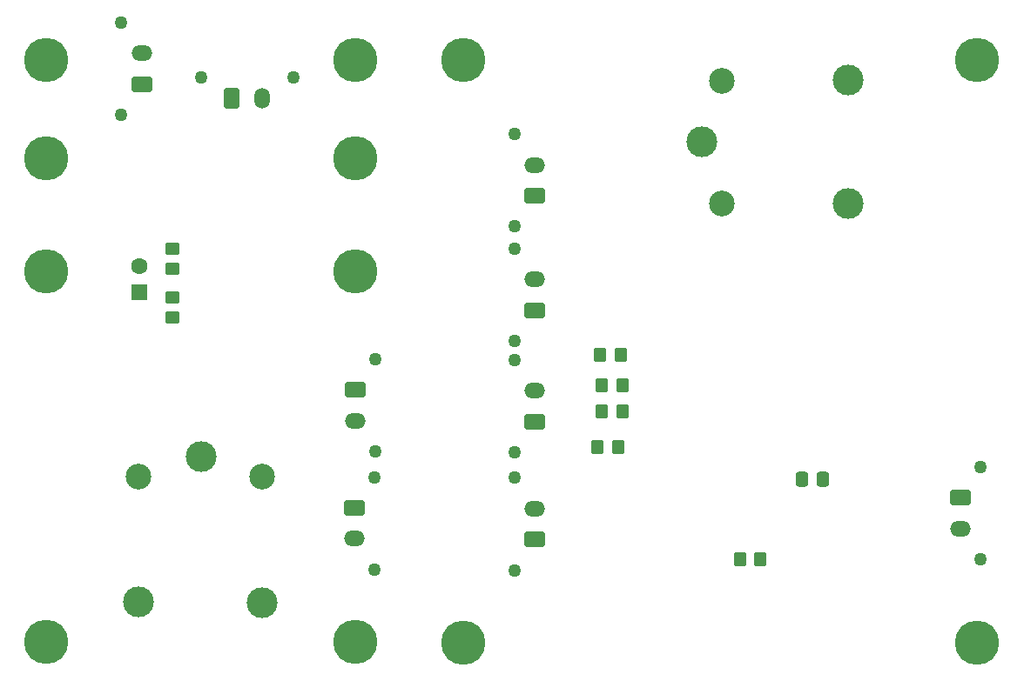
<source format=gbs>
G04 #@! TF.GenerationSoftware,KiCad,Pcbnew,9.0.1*
G04 #@! TF.CreationDate,2025-11-10T14:14:08+08:00*
G04 #@! TF.ProjectId,IMD_TSMS_latch_logic,494d445f-5453-44d5-935f-6c617463685f,rev?*
G04 #@! TF.SameCoordinates,Original*
G04 #@! TF.FileFunction,Soldermask,Bot*
G04 #@! TF.FilePolarity,Negative*
%FSLAX46Y46*%
G04 Gerber Fmt 4.6, Leading zero omitted, Abs format (unit mm)*
G04 Created by KiCad (PCBNEW 9.0.1) date 2025-11-10 14:14:08*
%MOMM*%
%LPD*%
G01*
G04 APERTURE LIST*
G04 Aperture macros list*
%AMRoundRect*
0 Rectangle with rounded corners*
0 $1 Rounding radius*
0 $2 $3 $4 $5 $6 $7 $8 $9 X,Y pos of 4 corners*
0 Add a 4 corners polygon primitive as box body*
4,1,4,$2,$3,$4,$5,$6,$7,$8,$9,$2,$3,0*
0 Add four circle primitives for the rounded corners*
1,1,$1+$1,$2,$3*
1,1,$1+$1,$4,$5*
1,1,$1+$1,$6,$7*
1,1,$1+$1,$8,$9*
0 Add four rect primitives between the rounded corners*
20,1,$1+$1,$2,$3,$4,$5,0*
20,1,$1+$1,$4,$5,$6,$7,0*
20,1,$1+$1,$6,$7,$8,$9,0*
20,1,$1+$1,$8,$9,$2,$3,0*%
G04 Aperture macros list end*
%ADD10O,2.020000X1.500000*%
%ADD11RoundRect,0.250001X0.759999X-0.499999X0.759999X0.499999X-0.759999X0.499999X-0.759999X-0.499999X0*%
%ADD12C,1.270000*%
%ADD13RoundRect,0.250000X0.337500X0.475000X-0.337500X0.475000X-0.337500X-0.475000X0.337500X-0.475000X0*%
%ADD14RoundRect,0.250000X0.450000X-0.350000X0.450000X0.350000X-0.450000X0.350000X-0.450000X-0.350000X0*%
%ADD15RoundRect,0.250000X-0.450000X0.350000X-0.450000X-0.350000X0.450000X-0.350000X0.450000X0.350000X0*%
%ADD16RoundRect,0.250000X-0.350000X-0.450000X0.350000X-0.450000X0.350000X0.450000X-0.350000X0.450000X0*%
%ADD17R,1.600000X1.600000*%
%ADD18C,1.600000*%
%ADD19C,4.300000*%
%ADD20C,3.000000*%
%ADD21C,2.500000*%
%ADD22RoundRect,0.250001X-0.759999X0.499999X-0.759999X-0.499999X0.759999X-0.499999X0.759999X0.499999X0*%
%ADD23RoundRect,0.250001X-0.499999X-0.759999X0.499999X-0.759999X0.499999X0.759999X-0.499999X0.759999X0*%
%ADD24O,1.500000X2.020000*%
G04 APERTURE END LIST*
D10*
X132435600Y-119075200D03*
D11*
X132435600Y-122075200D03*
D12*
X130475600Y-116075200D03*
X130475600Y-125075200D03*
D13*
X160502600Y-116179600D03*
X158427600Y-116179600D03*
D14*
X97250000Y-95750000D03*
X97250000Y-93750000D03*
D15*
X97250000Y-98500000D03*
X97250000Y-100500000D03*
D16*
X138602500Y-113067500D03*
X140602500Y-113067500D03*
X138852500Y-104067500D03*
X140852500Y-104067500D03*
X139005000Y-109600000D03*
X141005000Y-109600000D03*
X139005000Y-107100000D03*
X141005000Y-107100000D03*
X152416000Y-124002800D03*
X154416000Y-124002800D03*
D17*
X94000000Y-98000000D03*
D18*
X94000000Y-95500000D03*
D19*
X115000000Y-85000000D03*
D20*
X148755000Y-83350000D03*
D21*
X150705000Y-89400000D03*
D20*
X162905000Y-89400000D03*
X162955000Y-77350000D03*
D21*
X150705000Y-77400000D03*
D19*
X175502500Y-132120000D03*
D12*
X116960000Y-104500000D03*
X116960000Y-113500000D03*
D22*
X115000000Y-107500000D03*
D10*
X115000000Y-110500000D03*
D12*
X130540000Y-102750000D03*
X130540000Y-93750000D03*
D11*
X132500000Y-99750000D03*
D10*
X132500000Y-96750000D03*
D19*
X85000000Y-85000000D03*
D12*
X100000000Y-77125000D03*
X109000000Y-77125000D03*
D23*
X103000000Y-79085000D03*
D24*
X106000000Y-79085000D03*
D19*
X115000000Y-75370000D03*
D12*
X130545000Y-91600000D03*
X130545000Y-82600000D03*
D11*
X132505000Y-88600000D03*
D10*
X132505000Y-85600000D03*
D12*
X116875000Y-116000000D03*
X116875000Y-125000000D03*
D22*
X114915000Y-119000000D03*
D10*
X114915000Y-122000000D03*
D19*
X125502500Y-75370000D03*
X175502500Y-75370000D03*
X85000000Y-132000000D03*
D12*
X175797600Y-115005600D03*
X175797600Y-124005600D03*
D22*
X173837600Y-118005600D03*
D10*
X173837600Y-121005600D03*
D19*
X125502500Y-132120000D03*
D20*
X100000000Y-114000000D03*
D21*
X93950000Y-115950000D03*
D20*
X93950000Y-128150000D03*
X106000000Y-128200000D03*
D21*
X105950000Y-115950000D03*
D19*
X85000000Y-96000000D03*
X115000000Y-132000000D03*
D12*
X130545000Y-113600000D03*
X130545000Y-104600000D03*
D11*
X132505000Y-110600000D03*
D10*
X132505000Y-107600000D03*
D12*
X92290000Y-80750000D03*
X92290000Y-71750000D03*
D11*
X94250000Y-77750000D03*
D10*
X94250000Y-74750000D03*
D19*
X115000000Y-96000000D03*
X85000000Y-75370000D03*
M02*

</source>
